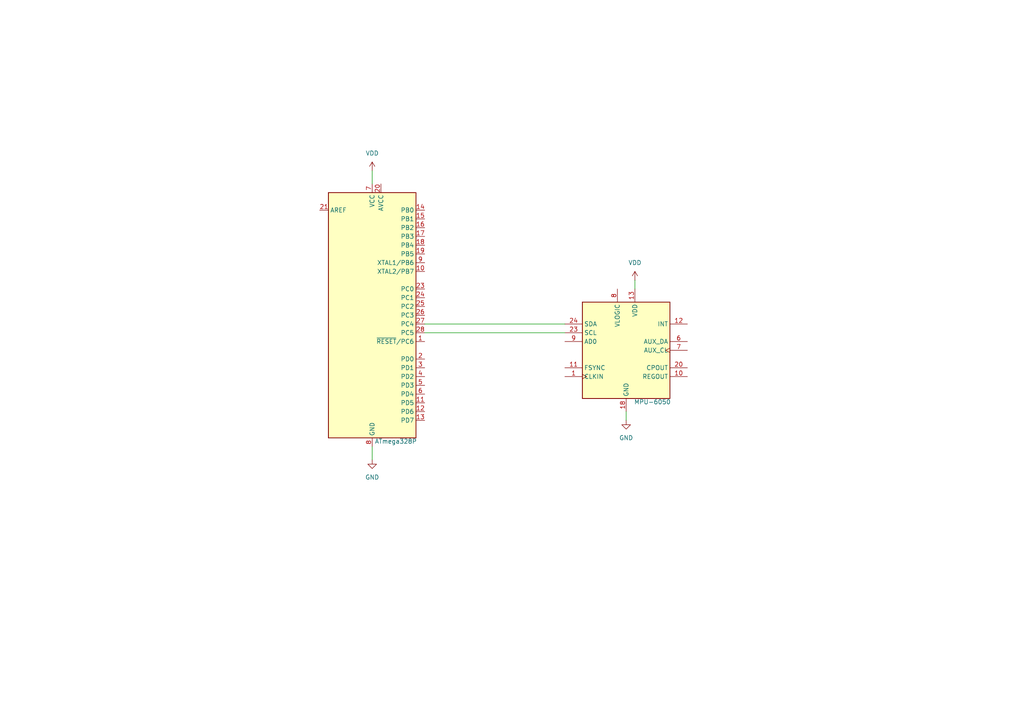
<source format=kicad_sch>
(kicad_sch (version 20250114) (generator "eeschema") (generator_version "9.0")
  (paper "A4")
  (title_block (title "Digital Atttitude Indicator") (date "2025-07-24") (rev "A (WIP)"))
  (lib_symbols
    (symbol "MCU_Microchip_ATmega:ATmega328P-P"
      (property "Reference" "U" (at -12.7 36.83 0))
      (property "Value" "ATmega328P-P" (at 2.54 -36.83 0))
      (symbol "ATmega328P-P_0_1"
        (rectangle (start -12.7 -35.56) (end 12.7 35.56) (stroke (width 0.254)) (fill (type background)))
      )
      (symbol "ATmega328P-P_1_1"
        (pin passive line (at -15.24 30.48 0) (length 2.54) (name "AREF") (number "21"))
        (pin power_in line (at 0 38.1 270) (length 2.54) (name "VCC") (number "7"))
        (pin passive line (at 0 -38.1 90) (length 2.54) (hide yes) (name "GND") (number "22"))
        (pin power_in line (at 0 -38.1 90) (length 2.54) (name "GND") (number "8"))
        (pin power_in line (at 2.54 38.1 270) (length 2.54) (name "AVCC") (number "20"))
        (pin bidirectional line (at 15.24 30.48 180) (length 2.54) (name "PB0") (number "14"))
        (pin bidirectional line (at 15.24 27.94 180) (length 2.54) (name "PB1") (number "15"))
        (pin bidirectional line (at 15.24 25.4 180) (length 2.54) (name "PB2") (number "16"))
        (pin bidirectional line (at 15.24 22.86 180) (length 2.54) (name "PB3") (number "17"))
        (pin bidirectional line (at 15.24 20.32 180) (length 2.54) (name "PB4") (number "18"))
        (pin bidirectional line (at 15.24 17.78 180) (length 2.54) (name "PB5") (number "19"))
        (pin bidirectional line (at 15.24 15.24 180) (length 2.54) (name "XTAL1/PB6") (number "9"))
        (pin bidirectional line (at 15.24 12.7 180) (length 2.54) (name "XTAL2/PB7") (number "10"))
        (pin bidirectional line (at 15.24 7.62 180) (length 2.54) (name "PC0") (number "23"))
        (pin bidirectional line (at 15.24 5.08 180) (length 2.54) (name "PC1") (number "24"))
        (pin bidirectional line (at 15.24 2.54 180) (length 2.54) (name "PC2") (number "25"))
        (pin bidirectional line (at 15.24 0 180) (length 2.54) (name "PC3") (number "26"))
        (pin bidirectional line (at 15.24 -2.54 180) (length 2.54) (name "PC4") (number "27"))
        (pin bidirectional line (at 15.24 -5.08 180) (length 2.54) (name "PC5") (number "28"))
        (pin bidirectional line (at 15.24 -7.62 180) (length 2.54) (name "~{RESET}/PC6") (number "1"))
        (pin bidirectional line (at 15.24 -12.7 180) (length 2.54) (name "PD0") (number "2"))
        (pin bidirectional line (at 15.24 -15.24 180) (length 2.54) (name "PD1") (number "3"))
        (pin bidirectional line (at 15.24 -17.78 180) (length 2.54) (name "PD2") (number "4"))
        (pin bidirectional line (at 15.24 -20.32 180) (length 2.54) (name "PD3") (number "5"))
        (pin bidirectional line (at 15.24 -22.86 180) (length 2.54) (name "PD4") (number "6"))
        (pin bidirectional line (at 15.24 -25.4 180) (length 2.54) (name "PD5") (number "11"))
        (pin bidirectional line (at 15.24 -27.94 180) (length 2.54) (name "PD6") (number "12"))
        (pin bidirectional line (at 15.24 -30.48 180) (length 2.54) (name "PD7") (number "13"))
      )
    )
    (symbol "Sensor_Motion:MPU-6050"
      (property "Reference" "U" (at -11.43 13.97 0))
      (property "Value" "MPU-6050" (at 7.62 -15.24 0))
      (symbol "MPU-6050_0_1"
        (rectangle (start -12.7 13.97) (end 12.7 -13.97) (stroke (width 0.254)) (fill (type background)))
      )
      (symbol "MPU-6050_1_1"
        (pin bidirectional line (at -17.78 7.62 0) (length 5.08) (name "SDA") (number "24"))
        (pin input line (at -17.78 5.08 0) (length 5.08) (name "SCL") (number "23"))
        (pin input line (at -17.78 2.54 0) (length 5.08) (name "AD0") (number "9"))
        (pin input line (at -17.78 -5.08 0) (length 5.08) (name "FSYNC") (number "11"))
        (pin input clock (at -17.78 -7.62 0) (length 5.08) (name "CLKIN") (number "1"))
        (pin no_connect line (at -12.7 12.7 0) (length 2.54) (hide yes) (name "NC") (number "2"))
        (pin no_connect line (at -12.7 10.16 0) (length 2.54) (hide yes) (name "NC") (number "3"))
        (pin no_connect line (at -12.7 0 0) (length 2.54) (hide yes) (name "NC") (number "4"))
        (pin no_connect line (at -12.7 -2.54 0) (length 2.54) (hide yes) (name "NC") (number "5"))
        (pin no_connect line (at -12.7 -10.16 0) (length 2.54) (hide yes) (name "NC") (number "14"))
        (pin power_in line (at -2.54 17.78 270) (length 3.81) (name "VLOGIC") (number "8"))
        (pin power_in line (at 0 -17.78 90) (length 3.81) (name "GND") (number "18"))
        (pin power_in line (at 2.54 17.78 270) (length 3.81) (name "VDD") (number "13"))
        (pin no_connect line (at 12.7 12.7 180) (length 2.54) (hide yes) (name "NC") (number "15"))
        (pin no_connect line (at 12.7 10.16 180) (length 2.54) (hide yes) (name "NC") (number "16"))
        (pin no_connect line (at 12.7 5.08 180) (length 2.54) (hide yes) (name "NC") (number "17"))
        (pin no_connect line (at 12.7 -2.54 180) (length 2.54) (hide yes) (name "RESV") (number "21"))
        (pin no_connect line (at 12.7 -10.16 180) (length 2.54) (hide yes) (name "RESV") (number "19"))
        (pin no_connect line (at 12.7 -12.7 180) (length 2.54) (hide yes) (name "RESV") (number "22"))
        (pin output line (at 17.78 7.62 180) (length 5.08) (name "INT") (number "12"))
        (pin bidirectional line (at 17.78 2.54 180) (length 5.08) (name "AUX_DA") (number "6"))
        (pin output clock (at 17.78 0 180) (length 5.08) (name "AUX_CL") (number "7"))
        (pin passive line (at 17.78 -5.08 180) (length 5.08) (name "CPOUT") (number "20"))
        (pin passive line (at 17.78 -7.62 180) (length 5.08) (name "REGOUT") (number "10"))
      )
    )
    (symbol "power:GND" (power) (pin_numbers (hide yes)) (pin_names (offset 0) (hide yes))
      (property "Value" "GND" (at 0 -3.81 0))
      (symbol "GND_0_1"
        (polyline (pts (xy 0 0) (xy 0 -1.27) (xy 1.27 -1.27) (xy 0 -2.54) (xy -1.27 -1.27) (xy 0 -1.27)))
      )
      (symbol "GND_1_1"
        (pin power_in line (at 0 0 270) (length 0) (name "~") (number "1"))
      )
    )
    (symbol "power:VDD" (power) (pin_numbers (hide yes)) (pin_names (offset 0) (hide yes))
      (property "Value" "VDD" (at 0 3.556 0))
      (symbol "VDD_0_1"
        (polyline (pts (xy -0.762 1.27) (xy 0 2.54)))
        (polyline (pts (xy 0 2.54) (xy 0.762 1.27)))
        (polyline (pts (xy 0 0) (xy 0 2.54)))
      )
      (symbol "VDD_1_1"
        (pin power_in line (at 0 0 90) (length 0) (name "~") (number "1"))
      )
    )
  )
  (wire (pts (xy 181.61 119.38) (xy 181.61 121.92)))
  (wire (pts (xy 184.15 81.28) (xy 184.15 83.82)))
  (wire (pts (xy 123.19 96.52) (xy 163.83 96.52)))
  (wire (pts (xy 107.95 133.35) (xy 107.95 129.54)))
  (wire (pts (xy 123.19 93.98) (xy 163.83 93.98)))
  (wire (pts (xy 107.95 49.53) (xy 107.95 53.34)))
  (symbol (lib_id "Sensor_Motion:MPU-6050") (at 181.61 101.6 0) (unit 1)
    (property "Reference" "U1" (effects (hide yes)))
    (property "Value" "MPU-6050" (at 183.896 116.586 0) (effects (justify left)))
    (property "Footprint" "Sensor_Motion:InvenSense_QFN-24_4x4mm_P0.5mm" (effects (hide yes)))
    (property "Datasheet" "https://invensense.tdk.com/wp-content/uploads/2015/02/MPU-6000-Datasheet1.pdf" (effects (hide yes)))
    (property "Description" "InvenSense 6-Axis Motion Sensor, Gyroscope, Accelerometer, I2C" (effects (hide yes)))
  )
  (symbol (lib_id "power:VDD") (at 184.15 81.28 0) (unit 1)
    (property "Reference" "#PWR03" (effects (hide yes)))
    (property "Value" "VDD" (at 184.15 76.2 0))
    (property "Description" "Power symbol creates a global label with name \"VDD\"" (effects (hide yes)))
  )
  (symbol (lib_id "power:GND") (at 181.61 121.92 0) (unit 1)
    (property "Reference" "#PWR02" (effects (hide yes)))
    (property "Value" "GND" (at 181.61 127 0))
    (property "Description" "Power symbol creates a global label with name \"GND\" , ground" (effects (hide yes)))
  )
  (symbol (lib_id "power:VDD") (at 107.95 49.53 0) (unit 1)
    (property "Reference" "#PWR04" (effects (hide yes)))
    (property "Value" "VDD" (at 107.95 44.45 0))
    (property "Description" "Power symbol creates a global label with name \"VDD\"" (effects (hide yes)))
  )
  (symbol (lib_id "MCU_Microchip_ATmega:ATmega328P-P") (at 107.95 91.44 0) (unit 1)
    (property "Reference" "U2" (effects (hide yes)))
    (property "Value" "ATmega328P" (at 114.808 128.016 0))
    (property "Footprint" "Package_DIP:DIP-28_W7.62mm" (effects (hide yes)))
    (property "Datasheet" "http://ww1.microchip.com/downloads/en/DeviceDoc/ATmega328_P%20AVR%20MCU%20with%20picoPower%20Technology%20Data%20Sheet%2040001984A.pdf" (effects (hide yes)))
    (property "Description" "20MHz, 32kB Flash, 2kB SRAM, 1kB EEPROM, DIP-28" (effects (hide yes)))
  )
  (symbol (lib_id "power:GND") (at 107.95 133.35 0) (unit 1)
    (property "Reference" "#PWR01" (effects (hide yes)))
    (property "Value" "GND" (at 107.95 138.43 0))
    (property "Description" "Power symbol creates a global label with name \"GND\" , ground" (effects (hide yes)))
  )
)
</source>
